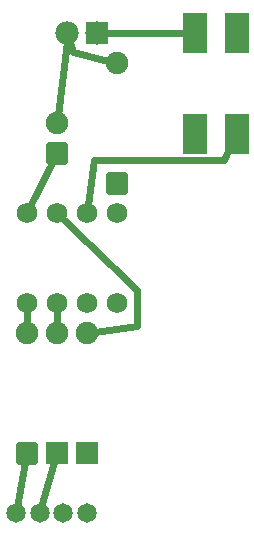
<source format=gtl>
G04 MADE WITH FRITZING*
G04 WWW.FRITZING.ORG*
G04 DOUBLE SIDED*
G04 HOLES PLATED*
G04 CONTOUR ON CENTER OF CONTOUR VECTOR*
%ASAXBY*%
%FSLAX23Y23*%
%MOIN*%
%OFA0B0*%
%SFA1.0B1.0*%
%ADD10C,0.075000*%
%ADD11C,0.065000*%
%ADD12C,0.068000*%
%ADD13C,0.078000*%
%ADD14R,0.075000X0.075000*%
%ADD15R,0.078740X0.137795*%
%ADD16R,0.078000X0.078000*%
%ADD17C,0.024000*%
%ADD18C,0.020000*%
%LNCOPPER1*%
G90*
G70*
G54D10*
X271Y1476D03*
X271Y1576D03*
G54D11*
X135Y276D03*
X214Y276D03*
X292Y276D03*
X371Y276D03*
G54D10*
X471Y1376D03*
X471Y1776D03*
X371Y476D03*
X371Y876D03*
X171Y476D03*
X171Y876D03*
X271Y476D03*
X271Y876D03*
G54D12*
X171Y976D03*
X271Y976D03*
X371Y976D03*
X471Y976D03*
X471Y1276D03*
X371Y1276D03*
X271Y1276D03*
X171Y1276D03*
X171Y976D03*
X271Y976D03*
X371Y976D03*
X471Y976D03*
X471Y1276D03*
X371Y1276D03*
X271Y1276D03*
X171Y1276D03*
G54D13*
X407Y1876D03*
X307Y1876D03*
G54D14*
X371Y476D03*
X271Y476D03*
G54D15*
X733Y1541D03*
X871Y1541D03*
X871Y1876D03*
X733Y1876D03*
G54D16*
X407Y1876D03*
G54D17*
X271Y905D02*
X271Y949D01*
D02*
X171Y905D02*
X171Y949D01*
D02*
X139Y299D02*
X166Y448D01*
D02*
X220Y299D02*
X263Y448D01*
D02*
X400Y880D02*
X540Y901D01*
X540Y901D02*
X540Y1021D01*
X540Y1021D02*
X291Y1257D01*
D02*
X375Y1303D02*
X396Y1453D01*
X396Y1453D02*
X828Y1453D01*
X828Y1453D02*
X840Y1478D01*
D02*
X443Y1783D02*
X324Y1813D01*
X324Y1813D02*
X315Y1847D01*
D02*
X275Y1604D02*
X304Y1846D01*
D02*
X258Y1450D02*
X183Y1300D01*
D02*
X700Y1876D02*
X438Y1876D01*
G54D18*
X244Y1503D02*
X299Y1503D01*
X299Y1448D01*
X244Y1448D01*
X244Y1503D01*
D02*
X444Y1403D02*
X499Y1403D01*
X499Y1348D01*
X444Y1348D01*
X444Y1403D01*
D02*
X144Y503D02*
X199Y503D01*
X199Y448D01*
X144Y448D01*
X144Y503D01*
D02*
G04 End of Copper1*
M02*
</source>
